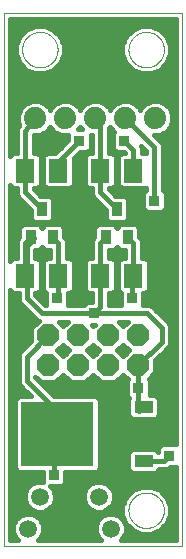
<source format=gtl>
G75*
%MOIN*%
%OFA0B0*%
%FSLAX25Y25*%
%IPPOS*%
%LPD*%
%AMOC8*
5,1,8,0,0,1.08239X$1,22.5*
%
%ADD10C,0.00000*%
%ADD11OC8,0.07400*%
%ADD12C,0.07400*%
%ADD13R,0.03543X0.04724*%
%ADD14R,0.06299X0.07874*%
%ADD15R,0.06299X0.03937*%
%ADD16R,0.24409X0.21260*%
%ADD17C,0.05937*%
%ADD18C,0.01600*%
%ADD19R,0.03562X0.03562*%
D10*
X0001800Y0005756D02*
X0001800Y0183295D01*
X0060855Y0183295D01*
X0060855Y0005756D01*
X0001800Y0005756D01*
X0043138Y0017567D02*
X0043140Y0017720D01*
X0043146Y0017874D01*
X0043156Y0018027D01*
X0043170Y0018179D01*
X0043188Y0018332D01*
X0043210Y0018483D01*
X0043235Y0018634D01*
X0043265Y0018785D01*
X0043299Y0018935D01*
X0043336Y0019083D01*
X0043377Y0019231D01*
X0043422Y0019377D01*
X0043471Y0019523D01*
X0043524Y0019667D01*
X0043580Y0019809D01*
X0043640Y0019950D01*
X0043704Y0020090D01*
X0043771Y0020228D01*
X0043842Y0020364D01*
X0043917Y0020498D01*
X0043994Y0020630D01*
X0044076Y0020760D01*
X0044160Y0020888D01*
X0044248Y0021014D01*
X0044339Y0021137D01*
X0044433Y0021258D01*
X0044531Y0021376D01*
X0044631Y0021492D01*
X0044735Y0021605D01*
X0044841Y0021716D01*
X0044950Y0021824D01*
X0045062Y0021929D01*
X0045176Y0022030D01*
X0045294Y0022129D01*
X0045413Y0022225D01*
X0045535Y0022318D01*
X0045660Y0022407D01*
X0045787Y0022494D01*
X0045916Y0022576D01*
X0046047Y0022656D01*
X0046180Y0022732D01*
X0046315Y0022805D01*
X0046452Y0022874D01*
X0046591Y0022939D01*
X0046731Y0023001D01*
X0046873Y0023059D01*
X0047016Y0023114D01*
X0047161Y0023165D01*
X0047307Y0023212D01*
X0047454Y0023255D01*
X0047602Y0023294D01*
X0047751Y0023330D01*
X0047901Y0023361D01*
X0048052Y0023389D01*
X0048203Y0023413D01*
X0048356Y0023433D01*
X0048508Y0023449D01*
X0048661Y0023461D01*
X0048814Y0023469D01*
X0048967Y0023473D01*
X0049121Y0023473D01*
X0049274Y0023469D01*
X0049427Y0023461D01*
X0049580Y0023449D01*
X0049732Y0023433D01*
X0049885Y0023413D01*
X0050036Y0023389D01*
X0050187Y0023361D01*
X0050337Y0023330D01*
X0050486Y0023294D01*
X0050634Y0023255D01*
X0050781Y0023212D01*
X0050927Y0023165D01*
X0051072Y0023114D01*
X0051215Y0023059D01*
X0051357Y0023001D01*
X0051497Y0022939D01*
X0051636Y0022874D01*
X0051773Y0022805D01*
X0051908Y0022732D01*
X0052041Y0022656D01*
X0052172Y0022576D01*
X0052301Y0022494D01*
X0052428Y0022407D01*
X0052553Y0022318D01*
X0052675Y0022225D01*
X0052794Y0022129D01*
X0052912Y0022030D01*
X0053026Y0021929D01*
X0053138Y0021824D01*
X0053247Y0021716D01*
X0053353Y0021605D01*
X0053457Y0021492D01*
X0053557Y0021376D01*
X0053655Y0021258D01*
X0053749Y0021137D01*
X0053840Y0021014D01*
X0053928Y0020888D01*
X0054012Y0020760D01*
X0054094Y0020630D01*
X0054171Y0020498D01*
X0054246Y0020364D01*
X0054317Y0020228D01*
X0054384Y0020090D01*
X0054448Y0019950D01*
X0054508Y0019809D01*
X0054564Y0019667D01*
X0054617Y0019523D01*
X0054666Y0019377D01*
X0054711Y0019231D01*
X0054752Y0019083D01*
X0054789Y0018935D01*
X0054823Y0018785D01*
X0054853Y0018634D01*
X0054878Y0018483D01*
X0054900Y0018332D01*
X0054918Y0018179D01*
X0054932Y0018027D01*
X0054942Y0017874D01*
X0054948Y0017720D01*
X0054950Y0017567D01*
X0054948Y0017414D01*
X0054942Y0017260D01*
X0054932Y0017107D01*
X0054918Y0016955D01*
X0054900Y0016802D01*
X0054878Y0016651D01*
X0054853Y0016500D01*
X0054823Y0016349D01*
X0054789Y0016199D01*
X0054752Y0016051D01*
X0054711Y0015903D01*
X0054666Y0015757D01*
X0054617Y0015611D01*
X0054564Y0015467D01*
X0054508Y0015325D01*
X0054448Y0015184D01*
X0054384Y0015044D01*
X0054317Y0014906D01*
X0054246Y0014770D01*
X0054171Y0014636D01*
X0054094Y0014504D01*
X0054012Y0014374D01*
X0053928Y0014246D01*
X0053840Y0014120D01*
X0053749Y0013997D01*
X0053655Y0013876D01*
X0053557Y0013758D01*
X0053457Y0013642D01*
X0053353Y0013529D01*
X0053247Y0013418D01*
X0053138Y0013310D01*
X0053026Y0013205D01*
X0052912Y0013104D01*
X0052794Y0013005D01*
X0052675Y0012909D01*
X0052553Y0012816D01*
X0052428Y0012727D01*
X0052301Y0012640D01*
X0052172Y0012558D01*
X0052041Y0012478D01*
X0051908Y0012402D01*
X0051773Y0012329D01*
X0051636Y0012260D01*
X0051497Y0012195D01*
X0051357Y0012133D01*
X0051215Y0012075D01*
X0051072Y0012020D01*
X0050927Y0011969D01*
X0050781Y0011922D01*
X0050634Y0011879D01*
X0050486Y0011840D01*
X0050337Y0011804D01*
X0050187Y0011773D01*
X0050036Y0011745D01*
X0049885Y0011721D01*
X0049732Y0011701D01*
X0049580Y0011685D01*
X0049427Y0011673D01*
X0049274Y0011665D01*
X0049121Y0011661D01*
X0048967Y0011661D01*
X0048814Y0011665D01*
X0048661Y0011673D01*
X0048508Y0011685D01*
X0048356Y0011701D01*
X0048203Y0011721D01*
X0048052Y0011745D01*
X0047901Y0011773D01*
X0047751Y0011804D01*
X0047602Y0011840D01*
X0047454Y0011879D01*
X0047307Y0011922D01*
X0047161Y0011969D01*
X0047016Y0012020D01*
X0046873Y0012075D01*
X0046731Y0012133D01*
X0046591Y0012195D01*
X0046452Y0012260D01*
X0046315Y0012329D01*
X0046180Y0012402D01*
X0046047Y0012478D01*
X0045916Y0012558D01*
X0045787Y0012640D01*
X0045660Y0012727D01*
X0045535Y0012816D01*
X0045413Y0012909D01*
X0045294Y0013005D01*
X0045176Y0013104D01*
X0045062Y0013205D01*
X0044950Y0013310D01*
X0044841Y0013418D01*
X0044735Y0013529D01*
X0044631Y0013642D01*
X0044531Y0013758D01*
X0044433Y0013876D01*
X0044339Y0013997D01*
X0044248Y0014120D01*
X0044160Y0014246D01*
X0044076Y0014374D01*
X0043994Y0014504D01*
X0043917Y0014636D01*
X0043842Y0014770D01*
X0043771Y0014906D01*
X0043704Y0015044D01*
X0043640Y0015184D01*
X0043580Y0015325D01*
X0043524Y0015467D01*
X0043471Y0015611D01*
X0043422Y0015757D01*
X0043377Y0015903D01*
X0043336Y0016051D01*
X0043299Y0016199D01*
X0043265Y0016349D01*
X0043235Y0016500D01*
X0043210Y0016651D01*
X0043188Y0016802D01*
X0043170Y0016955D01*
X0043156Y0017107D01*
X0043146Y0017260D01*
X0043140Y0017414D01*
X0043138Y0017567D01*
X0043138Y0171110D02*
X0043140Y0171263D01*
X0043146Y0171417D01*
X0043156Y0171570D01*
X0043170Y0171722D01*
X0043188Y0171875D01*
X0043210Y0172026D01*
X0043235Y0172177D01*
X0043265Y0172328D01*
X0043299Y0172478D01*
X0043336Y0172626D01*
X0043377Y0172774D01*
X0043422Y0172920D01*
X0043471Y0173066D01*
X0043524Y0173210D01*
X0043580Y0173352D01*
X0043640Y0173493D01*
X0043704Y0173633D01*
X0043771Y0173771D01*
X0043842Y0173907D01*
X0043917Y0174041D01*
X0043994Y0174173D01*
X0044076Y0174303D01*
X0044160Y0174431D01*
X0044248Y0174557D01*
X0044339Y0174680D01*
X0044433Y0174801D01*
X0044531Y0174919D01*
X0044631Y0175035D01*
X0044735Y0175148D01*
X0044841Y0175259D01*
X0044950Y0175367D01*
X0045062Y0175472D01*
X0045176Y0175573D01*
X0045294Y0175672D01*
X0045413Y0175768D01*
X0045535Y0175861D01*
X0045660Y0175950D01*
X0045787Y0176037D01*
X0045916Y0176119D01*
X0046047Y0176199D01*
X0046180Y0176275D01*
X0046315Y0176348D01*
X0046452Y0176417D01*
X0046591Y0176482D01*
X0046731Y0176544D01*
X0046873Y0176602D01*
X0047016Y0176657D01*
X0047161Y0176708D01*
X0047307Y0176755D01*
X0047454Y0176798D01*
X0047602Y0176837D01*
X0047751Y0176873D01*
X0047901Y0176904D01*
X0048052Y0176932D01*
X0048203Y0176956D01*
X0048356Y0176976D01*
X0048508Y0176992D01*
X0048661Y0177004D01*
X0048814Y0177012D01*
X0048967Y0177016D01*
X0049121Y0177016D01*
X0049274Y0177012D01*
X0049427Y0177004D01*
X0049580Y0176992D01*
X0049732Y0176976D01*
X0049885Y0176956D01*
X0050036Y0176932D01*
X0050187Y0176904D01*
X0050337Y0176873D01*
X0050486Y0176837D01*
X0050634Y0176798D01*
X0050781Y0176755D01*
X0050927Y0176708D01*
X0051072Y0176657D01*
X0051215Y0176602D01*
X0051357Y0176544D01*
X0051497Y0176482D01*
X0051636Y0176417D01*
X0051773Y0176348D01*
X0051908Y0176275D01*
X0052041Y0176199D01*
X0052172Y0176119D01*
X0052301Y0176037D01*
X0052428Y0175950D01*
X0052553Y0175861D01*
X0052675Y0175768D01*
X0052794Y0175672D01*
X0052912Y0175573D01*
X0053026Y0175472D01*
X0053138Y0175367D01*
X0053247Y0175259D01*
X0053353Y0175148D01*
X0053457Y0175035D01*
X0053557Y0174919D01*
X0053655Y0174801D01*
X0053749Y0174680D01*
X0053840Y0174557D01*
X0053928Y0174431D01*
X0054012Y0174303D01*
X0054094Y0174173D01*
X0054171Y0174041D01*
X0054246Y0173907D01*
X0054317Y0173771D01*
X0054384Y0173633D01*
X0054448Y0173493D01*
X0054508Y0173352D01*
X0054564Y0173210D01*
X0054617Y0173066D01*
X0054666Y0172920D01*
X0054711Y0172774D01*
X0054752Y0172626D01*
X0054789Y0172478D01*
X0054823Y0172328D01*
X0054853Y0172177D01*
X0054878Y0172026D01*
X0054900Y0171875D01*
X0054918Y0171722D01*
X0054932Y0171570D01*
X0054942Y0171417D01*
X0054948Y0171263D01*
X0054950Y0171110D01*
X0054948Y0170957D01*
X0054942Y0170803D01*
X0054932Y0170650D01*
X0054918Y0170498D01*
X0054900Y0170345D01*
X0054878Y0170194D01*
X0054853Y0170043D01*
X0054823Y0169892D01*
X0054789Y0169742D01*
X0054752Y0169594D01*
X0054711Y0169446D01*
X0054666Y0169300D01*
X0054617Y0169154D01*
X0054564Y0169010D01*
X0054508Y0168868D01*
X0054448Y0168727D01*
X0054384Y0168587D01*
X0054317Y0168449D01*
X0054246Y0168313D01*
X0054171Y0168179D01*
X0054094Y0168047D01*
X0054012Y0167917D01*
X0053928Y0167789D01*
X0053840Y0167663D01*
X0053749Y0167540D01*
X0053655Y0167419D01*
X0053557Y0167301D01*
X0053457Y0167185D01*
X0053353Y0167072D01*
X0053247Y0166961D01*
X0053138Y0166853D01*
X0053026Y0166748D01*
X0052912Y0166647D01*
X0052794Y0166548D01*
X0052675Y0166452D01*
X0052553Y0166359D01*
X0052428Y0166270D01*
X0052301Y0166183D01*
X0052172Y0166101D01*
X0052041Y0166021D01*
X0051908Y0165945D01*
X0051773Y0165872D01*
X0051636Y0165803D01*
X0051497Y0165738D01*
X0051357Y0165676D01*
X0051215Y0165618D01*
X0051072Y0165563D01*
X0050927Y0165512D01*
X0050781Y0165465D01*
X0050634Y0165422D01*
X0050486Y0165383D01*
X0050337Y0165347D01*
X0050187Y0165316D01*
X0050036Y0165288D01*
X0049885Y0165264D01*
X0049732Y0165244D01*
X0049580Y0165228D01*
X0049427Y0165216D01*
X0049274Y0165208D01*
X0049121Y0165204D01*
X0048967Y0165204D01*
X0048814Y0165208D01*
X0048661Y0165216D01*
X0048508Y0165228D01*
X0048356Y0165244D01*
X0048203Y0165264D01*
X0048052Y0165288D01*
X0047901Y0165316D01*
X0047751Y0165347D01*
X0047602Y0165383D01*
X0047454Y0165422D01*
X0047307Y0165465D01*
X0047161Y0165512D01*
X0047016Y0165563D01*
X0046873Y0165618D01*
X0046731Y0165676D01*
X0046591Y0165738D01*
X0046452Y0165803D01*
X0046315Y0165872D01*
X0046180Y0165945D01*
X0046047Y0166021D01*
X0045916Y0166101D01*
X0045787Y0166183D01*
X0045660Y0166270D01*
X0045535Y0166359D01*
X0045413Y0166452D01*
X0045294Y0166548D01*
X0045176Y0166647D01*
X0045062Y0166748D01*
X0044950Y0166853D01*
X0044841Y0166961D01*
X0044735Y0167072D01*
X0044631Y0167185D01*
X0044531Y0167301D01*
X0044433Y0167419D01*
X0044339Y0167540D01*
X0044248Y0167663D01*
X0044160Y0167789D01*
X0044076Y0167917D01*
X0043994Y0168047D01*
X0043917Y0168179D01*
X0043842Y0168313D01*
X0043771Y0168449D01*
X0043704Y0168587D01*
X0043640Y0168727D01*
X0043580Y0168868D01*
X0043524Y0169010D01*
X0043471Y0169154D01*
X0043422Y0169300D01*
X0043377Y0169446D01*
X0043336Y0169594D01*
X0043299Y0169742D01*
X0043265Y0169892D01*
X0043235Y0170043D01*
X0043210Y0170194D01*
X0043188Y0170345D01*
X0043170Y0170498D01*
X0043156Y0170650D01*
X0043146Y0170803D01*
X0043140Y0170957D01*
X0043138Y0171110D01*
X0007705Y0171110D02*
X0007707Y0171263D01*
X0007713Y0171417D01*
X0007723Y0171570D01*
X0007737Y0171722D01*
X0007755Y0171875D01*
X0007777Y0172026D01*
X0007802Y0172177D01*
X0007832Y0172328D01*
X0007866Y0172478D01*
X0007903Y0172626D01*
X0007944Y0172774D01*
X0007989Y0172920D01*
X0008038Y0173066D01*
X0008091Y0173210D01*
X0008147Y0173352D01*
X0008207Y0173493D01*
X0008271Y0173633D01*
X0008338Y0173771D01*
X0008409Y0173907D01*
X0008484Y0174041D01*
X0008561Y0174173D01*
X0008643Y0174303D01*
X0008727Y0174431D01*
X0008815Y0174557D01*
X0008906Y0174680D01*
X0009000Y0174801D01*
X0009098Y0174919D01*
X0009198Y0175035D01*
X0009302Y0175148D01*
X0009408Y0175259D01*
X0009517Y0175367D01*
X0009629Y0175472D01*
X0009743Y0175573D01*
X0009861Y0175672D01*
X0009980Y0175768D01*
X0010102Y0175861D01*
X0010227Y0175950D01*
X0010354Y0176037D01*
X0010483Y0176119D01*
X0010614Y0176199D01*
X0010747Y0176275D01*
X0010882Y0176348D01*
X0011019Y0176417D01*
X0011158Y0176482D01*
X0011298Y0176544D01*
X0011440Y0176602D01*
X0011583Y0176657D01*
X0011728Y0176708D01*
X0011874Y0176755D01*
X0012021Y0176798D01*
X0012169Y0176837D01*
X0012318Y0176873D01*
X0012468Y0176904D01*
X0012619Y0176932D01*
X0012770Y0176956D01*
X0012923Y0176976D01*
X0013075Y0176992D01*
X0013228Y0177004D01*
X0013381Y0177012D01*
X0013534Y0177016D01*
X0013688Y0177016D01*
X0013841Y0177012D01*
X0013994Y0177004D01*
X0014147Y0176992D01*
X0014299Y0176976D01*
X0014452Y0176956D01*
X0014603Y0176932D01*
X0014754Y0176904D01*
X0014904Y0176873D01*
X0015053Y0176837D01*
X0015201Y0176798D01*
X0015348Y0176755D01*
X0015494Y0176708D01*
X0015639Y0176657D01*
X0015782Y0176602D01*
X0015924Y0176544D01*
X0016064Y0176482D01*
X0016203Y0176417D01*
X0016340Y0176348D01*
X0016475Y0176275D01*
X0016608Y0176199D01*
X0016739Y0176119D01*
X0016868Y0176037D01*
X0016995Y0175950D01*
X0017120Y0175861D01*
X0017242Y0175768D01*
X0017361Y0175672D01*
X0017479Y0175573D01*
X0017593Y0175472D01*
X0017705Y0175367D01*
X0017814Y0175259D01*
X0017920Y0175148D01*
X0018024Y0175035D01*
X0018124Y0174919D01*
X0018222Y0174801D01*
X0018316Y0174680D01*
X0018407Y0174557D01*
X0018495Y0174431D01*
X0018579Y0174303D01*
X0018661Y0174173D01*
X0018738Y0174041D01*
X0018813Y0173907D01*
X0018884Y0173771D01*
X0018951Y0173633D01*
X0019015Y0173493D01*
X0019075Y0173352D01*
X0019131Y0173210D01*
X0019184Y0173066D01*
X0019233Y0172920D01*
X0019278Y0172774D01*
X0019319Y0172626D01*
X0019356Y0172478D01*
X0019390Y0172328D01*
X0019420Y0172177D01*
X0019445Y0172026D01*
X0019467Y0171875D01*
X0019485Y0171722D01*
X0019499Y0171570D01*
X0019509Y0171417D01*
X0019515Y0171263D01*
X0019517Y0171110D01*
X0019515Y0170957D01*
X0019509Y0170803D01*
X0019499Y0170650D01*
X0019485Y0170498D01*
X0019467Y0170345D01*
X0019445Y0170194D01*
X0019420Y0170043D01*
X0019390Y0169892D01*
X0019356Y0169742D01*
X0019319Y0169594D01*
X0019278Y0169446D01*
X0019233Y0169300D01*
X0019184Y0169154D01*
X0019131Y0169010D01*
X0019075Y0168868D01*
X0019015Y0168727D01*
X0018951Y0168587D01*
X0018884Y0168449D01*
X0018813Y0168313D01*
X0018738Y0168179D01*
X0018661Y0168047D01*
X0018579Y0167917D01*
X0018495Y0167789D01*
X0018407Y0167663D01*
X0018316Y0167540D01*
X0018222Y0167419D01*
X0018124Y0167301D01*
X0018024Y0167185D01*
X0017920Y0167072D01*
X0017814Y0166961D01*
X0017705Y0166853D01*
X0017593Y0166748D01*
X0017479Y0166647D01*
X0017361Y0166548D01*
X0017242Y0166452D01*
X0017120Y0166359D01*
X0016995Y0166270D01*
X0016868Y0166183D01*
X0016739Y0166101D01*
X0016608Y0166021D01*
X0016475Y0165945D01*
X0016340Y0165872D01*
X0016203Y0165803D01*
X0016064Y0165738D01*
X0015924Y0165676D01*
X0015782Y0165618D01*
X0015639Y0165563D01*
X0015494Y0165512D01*
X0015348Y0165465D01*
X0015201Y0165422D01*
X0015053Y0165383D01*
X0014904Y0165347D01*
X0014754Y0165316D01*
X0014603Y0165288D01*
X0014452Y0165264D01*
X0014299Y0165244D01*
X0014147Y0165228D01*
X0013994Y0165216D01*
X0013841Y0165208D01*
X0013688Y0165204D01*
X0013534Y0165204D01*
X0013381Y0165208D01*
X0013228Y0165216D01*
X0013075Y0165228D01*
X0012923Y0165244D01*
X0012770Y0165264D01*
X0012619Y0165288D01*
X0012468Y0165316D01*
X0012318Y0165347D01*
X0012169Y0165383D01*
X0012021Y0165422D01*
X0011874Y0165465D01*
X0011728Y0165512D01*
X0011583Y0165563D01*
X0011440Y0165618D01*
X0011298Y0165676D01*
X0011158Y0165738D01*
X0011019Y0165803D01*
X0010882Y0165872D01*
X0010747Y0165945D01*
X0010614Y0166021D01*
X0010483Y0166101D01*
X0010354Y0166183D01*
X0010227Y0166270D01*
X0010102Y0166359D01*
X0009980Y0166452D01*
X0009861Y0166548D01*
X0009743Y0166647D01*
X0009629Y0166748D01*
X0009517Y0166853D01*
X0009408Y0166961D01*
X0009302Y0167072D01*
X0009198Y0167185D01*
X0009098Y0167301D01*
X0009000Y0167419D01*
X0008906Y0167540D01*
X0008815Y0167663D01*
X0008727Y0167789D01*
X0008643Y0167917D01*
X0008561Y0168047D01*
X0008484Y0168179D01*
X0008409Y0168313D01*
X0008338Y0168449D01*
X0008271Y0168587D01*
X0008207Y0168727D01*
X0008147Y0168868D01*
X0008091Y0169010D01*
X0008038Y0169154D01*
X0007989Y0169300D01*
X0007944Y0169446D01*
X0007903Y0169594D01*
X0007866Y0169742D01*
X0007832Y0169892D01*
X0007802Y0170043D01*
X0007777Y0170194D01*
X0007755Y0170345D01*
X0007737Y0170498D01*
X0007723Y0170650D01*
X0007713Y0170803D01*
X0007707Y0170957D01*
X0007705Y0171110D01*
D11*
X0016406Y0075874D03*
X0016406Y0065874D03*
X0026406Y0065874D03*
X0026406Y0075874D03*
X0036406Y0075874D03*
X0036406Y0065874D03*
X0046406Y0065874D03*
X0046406Y0075874D03*
D12*
X0042036Y0148256D03*
X0032036Y0148256D03*
X0022036Y0148256D03*
X0012036Y0148256D03*
X0052036Y0148256D03*
D13*
X0039300Y0117980D03*
X0035560Y0108531D03*
X0043040Y0108531D03*
X0018040Y0108531D03*
X0014300Y0117980D03*
X0010560Y0108531D03*
D14*
X0008788Y0095756D03*
X0019812Y0095756D03*
X0019812Y0130756D03*
X0008788Y0130756D03*
X0033788Y0130756D03*
X0044812Y0130756D03*
X0044812Y0095756D03*
X0033788Y0095756D03*
D15*
X0048198Y0051917D03*
X0048198Y0033965D03*
D16*
X0019457Y0042941D03*
D17*
X0013611Y0022094D03*
X0009674Y0011465D03*
X0033296Y0022094D03*
X0037233Y0011465D03*
D18*
X0036245Y0016433D02*
X0034419Y0015677D01*
X0033021Y0014279D01*
X0032265Y0012453D01*
X0032265Y0010476D01*
X0033021Y0008650D01*
X0033915Y0007756D01*
X0012992Y0007756D01*
X0013886Y0008650D01*
X0014643Y0010476D01*
X0014643Y0012453D01*
X0013886Y0014279D01*
X0012488Y0015677D01*
X0010662Y0016433D01*
X0008686Y0016433D01*
X0006860Y0015677D01*
X0005462Y0014279D01*
X0004706Y0012453D01*
X0004706Y0010476D01*
X0005462Y0008650D01*
X0006356Y0007756D01*
X0003800Y0007756D01*
X0003800Y0090829D01*
X0004810Y0089819D01*
X0006500Y0089819D01*
X0006500Y0087699D01*
X0006926Y0086670D01*
X0011926Y0081670D01*
X0012714Y0080882D01*
X0013166Y0080695D01*
X0010706Y0078235D01*
X0010706Y0074134D01*
X0006926Y0070354D01*
X0006500Y0069325D01*
X0006500Y0060199D01*
X0006926Y0059170D01*
X0007714Y0058382D01*
X0010525Y0055571D01*
X0006424Y0055571D01*
X0005253Y0054399D01*
X0005253Y0031483D01*
X0006424Y0030311D01*
X0014554Y0030311D01*
X0014554Y0027063D01*
X0012623Y0027063D01*
X0010797Y0026307D01*
X0009399Y0024909D01*
X0008643Y0023083D01*
X0008643Y0021106D01*
X0009399Y0019280D01*
X0010797Y0017882D01*
X0012623Y0017126D01*
X0014599Y0017126D01*
X0016425Y0017882D01*
X0017823Y0019280D01*
X0018580Y0021106D01*
X0018580Y0023083D01*
X0017823Y0024909D01*
X0017135Y0025597D01*
X0020945Y0025597D01*
X0022117Y0026768D01*
X0022117Y0030311D01*
X0032491Y0030311D01*
X0033662Y0031483D01*
X0033662Y0054399D01*
X0032491Y0055571D01*
X0018445Y0055571D01*
X0012100Y0061916D01*
X0012100Y0062119D01*
X0014045Y0060174D01*
X0018767Y0060174D01*
X0021406Y0062813D01*
X0024045Y0060174D01*
X0028767Y0060174D01*
X0031406Y0062813D01*
X0034045Y0060174D01*
X0038767Y0060174D01*
X0041406Y0062813D01*
X0042990Y0061230D01*
X0042625Y0060865D01*
X0042625Y0055646D01*
X0043303Y0054969D01*
X0043048Y0054714D01*
X0043048Y0049120D01*
X0044220Y0047949D01*
X0052176Y0047949D01*
X0053347Y0049120D01*
X0053347Y0054714D01*
X0052176Y0055886D01*
X0050187Y0055886D01*
X0050187Y0060865D01*
X0049823Y0061230D01*
X0052106Y0063513D01*
X0052106Y0067614D01*
X0055886Y0071394D01*
X0056674Y0072182D01*
X0057100Y0073211D01*
X0057100Y0078813D01*
X0056674Y0079842D01*
X0051674Y0084842D01*
X0050886Y0085630D01*
X0049857Y0086056D01*
X0048081Y0086056D01*
X0048081Y0089819D01*
X0048790Y0089819D01*
X0049961Y0090990D01*
X0049961Y0100521D01*
X0048790Y0101693D01*
X0047612Y0101693D01*
X0047612Y0107317D01*
X0047186Y0108346D01*
X0046812Y0108720D01*
X0046812Y0111722D01*
X0045640Y0112894D01*
X0040440Y0112894D01*
X0039300Y0111754D01*
X0038160Y0112894D01*
X0032960Y0112894D01*
X0031788Y0111722D01*
X0031788Y0108720D01*
X0031414Y0108346D01*
X0030988Y0107317D01*
X0030988Y0101693D01*
X0029810Y0101693D01*
X0028639Y0100521D01*
X0028639Y0090990D01*
X0029810Y0089819D01*
X0030988Y0089819D01*
X0030988Y0087037D01*
X0029190Y0087037D01*
X0028209Y0086056D01*
X0023081Y0086056D01*
X0023081Y0089819D01*
X0023790Y0089819D01*
X0024961Y0090990D01*
X0024961Y0100521D01*
X0023790Y0101693D01*
X0022612Y0101693D01*
X0022612Y0107317D01*
X0022186Y0108346D01*
X0021812Y0108720D01*
X0021812Y0111722D01*
X0020640Y0112894D01*
X0015440Y0112894D01*
X0014300Y0111754D01*
X0013160Y0112894D01*
X0007960Y0112894D01*
X0006788Y0111722D01*
X0006788Y0108720D01*
X0006414Y0108346D01*
X0005988Y0107317D01*
X0005988Y0101693D01*
X0004810Y0101693D01*
X0003800Y0100683D01*
X0003800Y0125829D01*
X0004810Y0124819D01*
X0005988Y0124819D01*
X0005988Y0122935D01*
X0006414Y0121906D01*
X0007202Y0121118D01*
X0010528Y0117792D01*
X0010528Y0114790D01*
X0011700Y0113618D01*
X0016900Y0113618D01*
X0018072Y0114790D01*
X0018072Y0121171D01*
X0016900Y0122343D01*
X0013898Y0122343D01*
X0011588Y0124652D01*
X0011588Y0124819D01*
X0012766Y0124819D01*
X0013938Y0125990D01*
X0013938Y0135521D01*
X0012766Y0136693D01*
X0011588Y0136693D01*
X0011588Y0142556D01*
X0013170Y0142556D01*
X0015265Y0143424D01*
X0016868Y0145027D01*
X0017036Y0145432D01*
X0017204Y0145027D01*
X0018807Y0143424D01*
X0020902Y0142556D01*
X0023019Y0142556D01*
X0023019Y0140935D01*
X0018777Y0136693D01*
X0015834Y0136693D01*
X0014662Y0135521D01*
X0014662Y0125990D01*
X0015834Y0124819D01*
X0023790Y0124819D01*
X0024961Y0125990D01*
X0024961Y0134958D01*
X0026979Y0136975D01*
X0029410Y0136975D01*
X0030581Y0138146D01*
X0030581Y0142689D01*
X0030902Y0142556D01*
X0030988Y0142556D01*
X0030988Y0136693D01*
X0029810Y0136693D01*
X0028639Y0135521D01*
X0028639Y0125990D01*
X0029810Y0124819D01*
X0030988Y0124819D01*
X0030988Y0122935D01*
X0031414Y0121906D01*
X0032202Y0121118D01*
X0035528Y0117792D01*
X0035528Y0114790D01*
X0036700Y0113618D01*
X0041900Y0113618D01*
X0043072Y0114790D01*
X0043072Y0121171D01*
X0041900Y0122343D01*
X0038898Y0122343D01*
X0036588Y0124652D01*
X0036588Y0124819D01*
X0037766Y0124819D01*
X0038938Y0125990D01*
X0038938Y0135521D01*
X0037766Y0136693D01*
X0036588Y0136693D01*
X0036588Y0144747D01*
X0036868Y0145027D01*
X0037036Y0145432D01*
X0037204Y0145027D01*
X0038442Y0143789D01*
X0038019Y0143365D01*
X0038019Y0138146D01*
X0039190Y0136975D01*
X0041621Y0136975D01*
X0041903Y0136693D01*
X0040834Y0136693D01*
X0039662Y0135521D01*
X0039662Y0125990D01*
X0040834Y0124819D01*
X0048790Y0124819D01*
X0049000Y0125029D01*
X0049000Y0124347D01*
X0048019Y0123365D01*
X0048019Y0118146D01*
X0049190Y0116975D01*
X0054410Y0116975D01*
X0055581Y0118146D01*
X0055581Y0123365D01*
X0054600Y0124347D01*
X0054600Y0139049D01*
X0054174Y0140078D01*
X0053386Y0140866D01*
X0051696Y0142556D01*
X0053170Y0142556D01*
X0055265Y0143424D01*
X0056868Y0145027D01*
X0057736Y0147122D01*
X0057736Y0149390D01*
X0056868Y0151485D01*
X0055265Y0153088D01*
X0053170Y0153956D01*
X0050902Y0153956D01*
X0048807Y0153088D01*
X0047204Y0151485D01*
X0047036Y0151080D01*
X0046868Y0151485D01*
X0045265Y0153088D01*
X0043170Y0153956D01*
X0040902Y0153956D01*
X0038807Y0153088D01*
X0037204Y0151485D01*
X0037036Y0151080D01*
X0036868Y0151485D01*
X0035265Y0153088D01*
X0033170Y0153956D01*
X0030902Y0153956D01*
X0028807Y0153088D01*
X0027204Y0151485D01*
X0027036Y0151080D01*
X0026868Y0151485D01*
X0025265Y0153088D01*
X0023170Y0153956D01*
X0020902Y0153956D01*
X0018807Y0153088D01*
X0017204Y0151485D01*
X0017036Y0151080D01*
X0016868Y0151485D01*
X0015265Y0153088D01*
X0013170Y0153956D01*
X0010902Y0153956D01*
X0008807Y0153088D01*
X0007204Y0151485D01*
X0006336Y0149390D01*
X0006336Y0147122D01*
X0006812Y0145974D01*
X0006670Y0145786D01*
X0006414Y0145531D01*
X0006338Y0145345D01*
X0006217Y0145185D01*
X0006126Y0144835D01*
X0005988Y0144502D01*
X0005988Y0144301D01*
X0005938Y0144106D01*
X0005988Y0143749D01*
X0005988Y0136693D01*
X0004810Y0136693D01*
X0003800Y0135683D01*
X0003800Y0181295D01*
X0058855Y0181295D01*
X0058855Y0039537D01*
X0054190Y0039537D01*
X0053019Y0038365D01*
X0053019Y0037090D01*
X0052176Y0037933D01*
X0044220Y0037933D01*
X0043048Y0036761D01*
X0043048Y0031168D01*
X0044220Y0029996D01*
X0052176Y0029996D01*
X0053344Y0031165D01*
X0055566Y0031165D01*
X0056595Y0031591D01*
X0056979Y0031975D01*
X0058855Y0031975D01*
X0058855Y0007756D01*
X0040551Y0007756D01*
X0041445Y0008650D01*
X0042202Y0010476D01*
X0042202Y0012453D01*
X0041445Y0014279D01*
X0040047Y0015677D01*
X0038221Y0016433D01*
X0036245Y0016433D01*
X0036110Y0017882D02*
X0037508Y0019280D01*
X0038265Y0021106D01*
X0038265Y0023083D01*
X0037508Y0024909D01*
X0036110Y0026307D01*
X0034284Y0027063D01*
X0032308Y0027063D01*
X0030482Y0026307D01*
X0029084Y0024909D01*
X0028328Y0023083D01*
X0028328Y0021106D01*
X0029084Y0019280D01*
X0030482Y0017882D01*
X0032308Y0017126D01*
X0034284Y0017126D01*
X0036110Y0017882D01*
X0036772Y0018544D02*
X0041139Y0018544D01*
X0041139Y0019139D02*
X0041139Y0015994D01*
X0042342Y0013089D01*
X0044566Y0010865D01*
X0047472Y0009661D01*
X0050617Y0009661D01*
X0053522Y0010865D01*
X0055746Y0013089D01*
X0056950Y0015994D01*
X0056950Y0019139D01*
X0055746Y0022045D01*
X0053522Y0024269D01*
X0050617Y0025472D01*
X0047472Y0025472D01*
X0044566Y0024269D01*
X0042342Y0022045D01*
X0041139Y0019139D01*
X0041554Y0020143D02*
X0037865Y0020143D01*
X0038265Y0021741D02*
X0042216Y0021741D01*
X0043637Y0023340D02*
X0038158Y0023340D01*
X0037479Y0024938D02*
X0046181Y0024938D01*
X0043048Y0031332D02*
X0033512Y0031332D01*
X0033662Y0032931D02*
X0043048Y0032931D01*
X0043048Y0034529D02*
X0033662Y0034529D01*
X0033662Y0036128D02*
X0043048Y0036128D01*
X0044013Y0037726D02*
X0033662Y0037726D01*
X0033662Y0039325D02*
X0053978Y0039325D01*
X0053019Y0037726D02*
X0052383Y0037726D01*
X0055009Y0033965D02*
X0056800Y0035756D01*
X0055009Y0033965D02*
X0048198Y0033965D01*
X0051907Y0024938D02*
X0058855Y0024938D01*
X0058855Y0023340D02*
X0054452Y0023340D01*
X0055872Y0021741D02*
X0058855Y0021741D01*
X0058855Y0020143D02*
X0056534Y0020143D01*
X0056950Y0018544D02*
X0058855Y0018544D01*
X0058855Y0016945D02*
X0056950Y0016945D01*
X0056681Y0015347D02*
X0058855Y0015347D01*
X0058855Y0013748D02*
X0056019Y0013748D01*
X0054807Y0012150D02*
X0058855Y0012150D01*
X0058855Y0010551D02*
X0052765Y0010551D01*
X0058855Y0008953D02*
X0041571Y0008953D01*
X0042202Y0010551D02*
X0045323Y0010551D01*
X0043281Y0012150D02*
X0042202Y0012150D01*
X0042069Y0013748D02*
X0041665Y0013748D01*
X0041407Y0015347D02*
X0040377Y0015347D01*
X0041139Y0016945D02*
X0003800Y0016945D01*
X0003800Y0015347D02*
X0006530Y0015347D01*
X0005242Y0013748D02*
X0003800Y0013748D01*
X0003800Y0012150D02*
X0004706Y0012150D01*
X0004706Y0010551D02*
X0003800Y0010551D01*
X0003800Y0008953D02*
X0005336Y0008953D01*
X0003800Y0018544D02*
X0010135Y0018544D01*
X0009042Y0020143D02*
X0003800Y0020143D01*
X0003800Y0021741D02*
X0008643Y0021741D01*
X0008749Y0023340D02*
X0003800Y0023340D01*
X0003800Y0024938D02*
X0009428Y0024938D01*
X0011352Y0026537D02*
X0003800Y0026537D01*
X0003800Y0028135D02*
X0014554Y0028135D01*
X0014554Y0029734D02*
X0003800Y0029734D01*
X0003800Y0031332D02*
X0005403Y0031332D01*
X0005253Y0032931D02*
X0003800Y0032931D01*
X0003800Y0034529D02*
X0005253Y0034529D01*
X0005253Y0036128D02*
X0003800Y0036128D01*
X0003800Y0037726D02*
X0005253Y0037726D01*
X0005253Y0039325D02*
X0003800Y0039325D01*
X0003800Y0040923D02*
X0005253Y0040923D01*
X0005253Y0042522D02*
X0003800Y0042522D01*
X0003800Y0044120D02*
X0005253Y0044120D01*
X0005253Y0045719D02*
X0003800Y0045719D01*
X0003800Y0047317D02*
X0005253Y0047317D01*
X0005253Y0048916D02*
X0003800Y0048916D01*
X0003800Y0050514D02*
X0005253Y0050514D01*
X0005253Y0052113D02*
X0003800Y0052113D01*
X0003800Y0053711D02*
X0005253Y0053711D01*
X0006163Y0055310D02*
X0003800Y0055310D01*
X0003800Y0056908D02*
X0009188Y0056908D01*
X0007714Y0058382D02*
X0007714Y0058382D01*
X0007589Y0058507D02*
X0003800Y0058507D01*
X0003800Y0060105D02*
X0006539Y0060105D01*
X0006500Y0061704D02*
X0003800Y0061704D01*
X0003800Y0063302D02*
X0006500Y0063302D01*
X0006500Y0064901D02*
X0003800Y0064901D01*
X0003800Y0066499D02*
X0006500Y0066499D01*
X0006500Y0068098D02*
X0003800Y0068098D01*
X0003800Y0069696D02*
X0006654Y0069696D01*
X0007867Y0071295D02*
X0003800Y0071295D01*
X0003800Y0072893D02*
X0009466Y0072893D01*
X0010706Y0074492D02*
X0003800Y0074492D01*
X0003800Y0076090D02*
X0010706Y0076090D01*
X0010706Y0077689D02*
X0003800Y0077689D01*
X0003800Y0079287D02*
X0011759Y0079287D01*
X0012710Y0080886D02*
X0003800Y0080886D01*
X0003800Y0082484D02*
X0011112Y0082484D01*
X0009513Y0084083D02*
X0003800Y0084083D01*
X0003800Y0085681D02*
X0007915Y0085681D01*
X0006674Y0087280D02*
X0003800Y0087280D01*
X0003800Y0088878D02*
X0006500Y0088878D01*
X0004152Y0090477D02*
X0003800Y0090477D01*
X0003800Y0101667D02*
X0004784Y0101667D01*
X0003800Y0103265D02*
X0005988Y0103265D01*
X0005988Y0104864D02*
X0003800Y0104864D01*
X0003800Y0106462D02*
X0005988Y0106462D01*
X0006296Y0108061D02*
X0003800Y0108061D01*
X0003800Y0109659D02*
X0006788Y0109659D01*
X0006788Y0111258D02*
X0003800Y0111258D01*
X0003800Y0112856D02*
X0007922Y0112856D01*
X0009070Y0119250D02*
X0003800Y0119250D01*
X0003800Y0117652D02*
X0010528Y0117652D01*
X0010528Y0116053D02*
X0003800Y0116053D01*
X0003800Y0114455D02*
X0010863Y0114455D01*
X0010560Y0108531D02*
X0008788Y0106760D01*
X0008788Y0095756D01*
X0009300Y0088256D02*
X0014300Y0083256D01*
X0031800Y0083256D01*
X0033788Y0085244D01*
X0033788Y0095756D01*
X0033788Y0106760D01*
X0035560Y0108531D01*
X0036588Y0104169D02*
X0038160Y0104169D01*
X0039300Y0105309D01*
X0040440Y0104169D01*
X0042012Y0104169D01*
X0042012Y0101693D01*
X0040834Y0101693D01*
X0039662Y0100521D01*
X0039662Y0090990D01*
X0040519Y0090134D01*
X0040519Y0086056D01*
X0036588Y0086056D01*
X0036588Y0089819D01*
X0037766Y0089819D01*
X0038938Y0090990D01*
X0038938Y0100521D01*
X0037766Y0101693D01*
X0036588Y0101693D01*
X0036588Y0104169D01*
X0036588Y0103265D02*
X0042012Y0103265D01*
X0040807Y0101667D02*
X0037793Y0101667D01*
X0038938Y0100068D02*
X0039662Y0100068D01*
X0039662Y0098470D02*
X0038938Y0098470D01*
X0038938Y0096871D02*
X0039662Y0096871D01*
X0039662Y0095273D02*
X0038938Y0095273D01*
X0038938Y0093674D02*
X0039662Y0093674D01*
X0039662Y0092076D02*
X0038938Y0092076D01*
X0038424Y0090477D02*
X0040176Y0090477D01*
X0040519Y0088878D02*
X0036588Y0088878D01*
X0036588Y0087280D02*
X0040519Y0087280D01*
X0039885Y0080456D02*
X0042927Y0080456D01*
X0041406Y0078935D01*
X0039885Y0080456D01*
X0041054Y0079287D02*
X0041759Y0079287D01*
X0041406Y0072813D02*
X0043345Y0070874D01*
X0041406Y0068935D01*
X0039467Y0070874D01*
X0041406Y0072813D01*
X0039888Y0071295D02*
X0042924Y0071295D01*
X0042168Y0069696D02*
X0040645Y0069696D01*
X0040297Y0061704D02*
X0042515Y0061704D01*
X0042625Y0060105D02*
X0013910Y0060105D01*
X0015509Y0058507D02*
X0042625Y0058507D01*
X0042625Y0056908D02*
X0017107Y0056908D01*
X0019457Y0050598D02*
X0009300Y0060756D01*
X0009300Y0068768D01*
X0016406Y0075874D01*
X0016406Y0075362D01*
X0019888Y0071295D02*
X0022924Y0071295D01*
X0023345Y0070874D02*
X0021406Y0068935D01*
X0019467Y0070874D01*
X0021406Y0072813D01*
X0023345Y0070874D01*
X0022168Y0069696D02*
X0020645Y0069696D01*
X0020297Y0061704D02*
X0022515Y0061704D01*
X0019457Y0050598D02*
X0019457Y0042941D01*
X0018335Y0042941D01*
X0018335Y0029378D01*
X0017794Y0024938D02*
X0029113Y0024938D01*
X0028434Y0023340D02*
X0018473Y0023340D01*
X0018580Y0021741D02*
X0028328Y0021741D01*
X0028727Y0020143D02*
X0018180Y0020143D01*
X0017087Y0018544D02*
X0029820Y0018544D01*
X0032265Y0012150D02*
X0014643Y0012150D01*
X0014643Y0010551D02*
X0032265Y0010551D01*
X0032896Y0008953D02*
X0014012Y0008953D01*
X0014106Y0013748D02*
X0032801Y0013748D01*
X0034089Y0015347D02*
X0012818Y0015347D01*
X0021885Y0026537D02*
X0031037Y0026537D01*
X0035555Y0026537D02*
X0058855Y0026537D01*
X0058855Y0028135D02*
X0022117Y0028135D01*
X0022117Y0029734D02*
X0058855Y0029734D01*
X0058855Y0031332D02*
X0055970Y0031332D01*
X0058855Y0040923D02*
X0033662Y0040923D01*
X0033662Y0042522D02*
X0058855Y0042522D01*
X0058855Y0044120D02*
X0033662Y0044120D01*
X0033662Y0045719D02*
X0058855Y0045719D01*
X0058855Y0047317D02*
X0033662Y0047317D01*
X0033662Y0048916D02*
X0043253Y0048916D01*
X0043048Y0050514D02*
X0033662Y0050514D01*
X0033662Y0052113D02*
X0043048Y0052113D01*
X0043048Y0053711D02*
X0033662Y0053711D01*
X0032752Y0055310D02*
X0042962Y0055310D01*
X0046406Y0058256D02*
X0046406Y0065874D01*
X0054300Y0073768D01*
X0054300Y0078256D01*
X0049300Y0083256D01*
X0031800Y0083256D01*
X0031946Y0079475D02*
X0030866Y0079475D01*
X0031406Y0078935D01*
X0031946Y0079475D01*
X0031759Y0079287D02*
X0031054Y0079287D01*
X0031406Y0072813D02*
X0033345Y0070874D01*
X0031406Y0068935D01*
X0029467Y0070874D01*
X0031406Y0072813D01*
X0029888Y0071295D02*
X0032924Y0071295D01*
X0032168Y0069696D02*
X0030645Y0069696D01*
X0030297Y0061704D02*
X0032515Y0061704D01*
X0030988Y0087280D02*
X0023081Y0087280D01*
X0023081Y0088878D02*
X0030988Y0088878D01*
X0029152Y0090477D02*
X0024448Y0090477D01*
X0024961Y0092076D02*
X0028639Y0092076D01*
X0028639Y0093674D02*
X0024961Y0093674D01*
X0024961Y0095273D02*
X0028639Y0095273D01*
X0028639Y0096871D02*
X0024961Y0096871D01*
X0024961Y0098470D02*
X0028639Y0098470D01*
X0028639Y0100068D02*
X0024961Y0100068D01*
X0023816Y0101667D02*
X0029784Y0101667D01*
X0030988Y0103265D02*
X0022612Y0103265D01*
X0022612Y0104864D02*
X0030988Y0104864D01*
X0030988Y0106462D02*
X0022612Y0106462D01*
X0022304Y0108061D02*
X0031296Y0108061D01*
X0031788Y0109659D02*
X0021812Y0109659D01*
X0021812Y0111258D02*
X0031788Y0111258D01*
X0032922Y0112856D02*
X0020678Y0112856D01*
X0018040Y0108531D02*
X0019812Y0106760D01*
X0019812Y0095756D01*
X0019812Y0088768D01*
X0019300Y0088256D01*
X0019885Y0080456D02*
X0022927Y0080456D01*
X0021406Y0078935D01*
X0019885Y0080456D01*
X0021054Y0079287D02*
X0021759Y0079287D01*
X0015519Y0086056D02*
X0015460Y0086056D01*
X0012100Y0089416D01*
X0012100Y0089819D01*
X0012766Y0089819D01*
X0013938Y0090990D01*
X0013938Y0100521D01*
X0012766Y0101693D01*
X0012100Y0101693D01*
X0012100Y0104169D01*
X0013160Y0104169D01*
X0014300Y0105309D01*
X0015440Y0104169D01*
X0017012Y0104169D01*
X0017012Y0101693D01*
X0015834Y0101693D01*
X0014662Y0100521D01*
X0014662Y0090990D01*
X0015519Y0090134D01*
X0015519Y0086056D01*
X0015519Y0087280D02*
X0014236Y0087280D01*
X0013424Y0090477D02*
X0015176Y0090477D01*
X0015519Y0088878D02*
X0012637Y0088878D01*
X0013938Y0092076D02*
X0014662Y0092076D01*
X0014662Y0093674D02*
X0013938Y0093674D01*
X0013938Y0095273D02*
X0014662Y0095273D01*
X0014662Y0096871D02*
X0013938Y0096871D01*
X0013938Y0098470D02*
X0014662Y0098470D01*
X0014662Y0100068D02*
X0013938Y0100068D01*
X0012793Y0101667D02*
X0015807Y0101667D01*
X0017012Y0103265D02*
X0012100Y0103265D01*
X0013854Y0104864D02*
X0014746Y0104864D01*
X0011800Y0108256D02*
X0009300Y0105756D01*
X0009300Y0088256D01*
X0010835Y0108256D02*
X0010560Y0108531D01*
X0010835Y0108256D02*
X0011800Y0108256D01*
X0013197Y0112856D02*
X0015403Y0112856D01*
X0014300Y0117980D02*
X0008788Y0123492D01*
X0008788Y0130756D01*
X0008788Y0143945D01*
X0012036Y0148256D01*
X0014792Y0143228D02*
X0019280Y0143228D01*
X0017405Y0144826D02*
X0016668Y0144826D01*
X0016978Y0151220D02*
X0017095Y0151220D01*
X0018538Y0152819D02*
X0015534Y0152819D01*
X0015184Y0163205D02*
X0012039Y0163205D01*
X0009133Y0164408D01*
X0006909Y0166632D01*
X0005706Y0169538D01*
X0005706Y0172683D01*
X0006909Y0175588D01*
X0009133Y0177812D01*
X0012039Y0179016D01*
X0015184Y0179016D01*
X0018089Y0177812D01*
X0020313Y0175588D01*
X0021517Y0172683D01*
X0021517Y0169538D01*
X0020313Y0166632D01*
X0018089Y0164408D01*
X0015184Y0163205D01*
X0017124Y0164009D02*
X0045531Y0164009D01*
X0044566Y0164408D02*
X0047472Y0163205D01*
X0050617Y0163205D01*
X0053522Y0164408D01*
X0055746Y0166632D01*
X0056950Y0169538D01*
X0056950Y0172683D01*
X0055746Y0175588D01*
X0053522Y0177812D01*
X0050617Y0179016D01*
X0047472Y0179016D01*
X0044566Y0177812D01*
X0042342Y0175588D01*
X0041139Y0172683D01*
X0041139Y0169538D01*
X0042342Y0166632D01*
X0044566Y0164408D01*
X0043367Y0165607D02*
X0019288Y0165607D01*
X0020550Y0167206D02*
X0042105Y0167206D01*
X0041442Y0168804D02*
X0021213Y0168804D01*
X0021517Y0170403D02*
X0041139Y0170403D01*
X0041139Y0172001D02*
X0021517Y0172001D01*
X0021137Y0173600D02*
X0041518Y0173600D01*
X0042180Y0175198D02*
X0020475Y0175198D01*
X0019105Y0176797D02*
X0043550Y0176797D01*
X0045973Y0178395D02*
X0016682Y0178395D01*
X0010540Y0178395D02*
X0003800Y0178395D01*
X0003800Y0176797D02*
X0008117Y0176797D01*
X0006747Y0175198D02*
X0003800Y0175198D01*
X0003800Y0173600D02*
X0006085Y0173600D01*
X0005706Y0172001D02*
X0003800Y0172001D01*
X0003800Y0170403D02*
X0005706Y0170403D01*
X0006009Y0168804D02*
X0003800Y0168804D01*
X0003800Y0167206D02*
X0006672Y0167206D01*
X0007934Y0165607D02*
X0003800Y0165607D01*
X0003800Y0164009D02*
X0010098Y0164009D01*
X0008538Y0152819D02*
X0003800Y0152819D01*
X0003800Y0154417D02*
X0058855Y0154417D01*
X0058855Y0152819D02*
X0055534Y0152819D01*
X0056978Y0151220D02*
X0058855Y0151220D01*
X0058855Y0149622D02*
X0057640Y0149622D01*
X0057736Y0148023D02*
X0058855Y0148023D01*
X0058855Y0146425D02*
X0057447Y0146425D01*
X0056668Y0144826D02*
X0058855Y0144826D01*
X0058855Y0143228D02*
X0054792Y0143228D01*
X0054193Y0140031D02*
X0058855Y0140031D01*
X0058855Y0141629D02*
X0052623Y0141629D01*
X0051800Y0138492D02*
X0051800Y0120756D01*
X0054901Y0124046D02*
X0058855Y0124046D01*
X0058855Y0125644D02*
X0054600Y0125644D01*
X0054600Y0127243D02*
X0058855Y0127243D01*
X0058855Y0128841D02*
X0054600Y0128841D01*
X0054600Y0130440D02*
X0058855Y0130440D01*
X0058855Y0132038D02*
X0054600Y0132038D01*
X0054600Y0133637D02*
X0058855Y0133637D01*
X0058855Y0135235D02*
X0054600Y0135235D01*
X0054600Y0136834D02*
X0058855Y0136834D01*
X0058855Y0138432D02*
X0054600Y0138432D01*
X0051800Y0138492D02*
X0042036Y0148256D01*
X0041800Y0140756D02*
X0044812Y0137744D01*
X0044812Y0130756D01*
X0047612Y0136693D02*
X0047612Y0138301D01*
X0047315Y0139017D01*
X0049000Y0137332D01*
X0049000Y0136483D01*
X0048790Y0136693D01*
X0047612Y0136693D01*
X0047612Y0136834D02*
X0049000Y0136834D01*
X0047900Y0138432D02*
X0047557Y0138432D01*
X0047095Y0151220D02*
X0046978Y0151220D01*
X0045534Y0152819D02*
X0048538Y0152819D01*
X0052557Y0164009D02*
X0058855Y0164009D01*
X0058855Y0165607D02*
X0054721Y0165607D01*
X0055984Y0167206D02*
X0058855Y0167206D01*
X0058855Y0168804D02*
X0056646Y0168804D01*
X0056950Y0170403D02*
X0058855Y0170403D01*
X0058855Y0172001D02*
X0056950Y0172001D01*
X0056570Y0173600D02*
X0058855Y0173600D01*
X0058855Y0175198D02*
X0055908Y0175198D01*
X0054538Y0176797D02*
X0058855Y0176797D01*
X0058855Y0178395D02*
X0052115Y0178395D01*
X0058855Y0179994D02*
X0003800Y0179994D01*
X0003800Y0162410D02*
X0058855Y0162410D01*
X0058855Y0160812D02*
X0003800Y0160812D01*
X0003800Y0159213D02*
X0058855Y0159213D01*
X0058855Y0157614D02*
X0003800Y0157614D01*
X0003800Y0156016D02*
X0058855Y0156016D01*
X0048699Y0124046D02*
X0037194Y0124046D01*
X0038592Y0125644D02*
X0040008Y0125644D01*
X0039662Y0127243D02*
X0038938Y0127243D01*
X0038938Y0128841D02*
X0039662Y0128841D01*
X0039662Y0130440D02*
X0038938Y0130440D01*
X0038938Y0132038D02*
X0039662Y0132038D01*
X0039662Y0133637D02*
X0038938Y0133637D01*
X0038938Y0135235D02*
X0039662Y0135235D01*
X0041762Y0136834D02*
X0036588Y0136834D01*
X0036588Y0138432D02*
X0038019Y0138432D01*
X0038019Y0140031D02*
X0036588Y0140031D01*
X0036588Y0141629D02*
X0038019Y0141629D01*
X0038019Y0143228D02*
X0036588Y0143228D01*
X0036668Y0144826D02*
X0037405Y0144826D01*
X0037095Y0151220D02*
X0036978Y0151220D01*
X0035534Y0152819D02*
X0038538Y0152819D01*
X0032036Y0148256D02*
X0033788Y0145441D01*
X0033788Y0130756D01*
X0033788Y0123492D01*
X0039300Y0117980D01*
X0038197Y0112856D02*
X0040403Y0112856D01*
X0042737Y0114455D02*
X0058855Y0114455D01*
X0058855Y0116053D02*
X0043072Y0116053D01*
X0043072Y0117652D02*
X0048514Y0117652D01*
X0048019Y0119250D02*
X0043072Y0119250D01*
X0043072Y0120849D02*
X0048019Y0120849D01*
X0048019Y0122447D02*
X0038793Y0122447D01*
X0035528Y0117652D02*
X0018072Y0117652D01*
X0018072Y0119250D02*
X0034070Y0119250D01*
X0035528Y0116053D02*
X0018072Y0116053D01*
X0017737Y0114455D02*
X0035863Y0114455D01*
X0038854Y0104864D02*
X0039746Y0104864D01*
X0043040Y0108531D02*
X0044812Y0106760D01*
X0044812Y0095756D01*
X0044300Y0095244D01*
X0044300Y0088256D01*
X0044300Y0095756D02*
X0044812Y0095756D01*
X0047612Y0103265D02*
X0058855Y0103265D01*
X0058855Y0101667D02*
X0048816Y0101667D01*
X0049961Y0100068D02*
X0058855Y0100068D01*
X0058855Y0098470D02*
X0049961Y0098470D01*
X0049961Y0096871D02*
X0058855Y0096871D01*
X0058855Y0095273D02*
X0049961Y0095273D01*
X0049961Y0093674D02*
X0058855Y0093674D01*
X0058855Y0092076D02*
X0049961Y0092076D01*
X0049448Y0090477D02*
X0058855Y0090477D01*
X0058855Y0088878D02*
X0048081Y0088878D01*
X0048081Y0087280D02*
X0058855Y0087280D01*
X0058855Y0085681D02*
X0050761Y0085681D01*
X0052433Y0084083D02*
X0058855Y0084083D01*
X0058855Y0082484D02*
X0054031Y0082484D01*
X0055630Y0080886D02*
X0058855Y0080886D01*
X0058855Y0079287D02*
X0056903Y0079287D01*
X0057100Y0077689D02*
X0058855Y0077689D01*
X0058855Y0076090D02*
X0057100Y0076090D01*
X0057100Y0074492D02*
X0058855Y0074492D01*
X0058855Y0072893D02*
X0056969Y0072893D01*
X0055787Y0071295D02*
X0058855Y0071295D01*
X0058855Y0069696D02*
X0054188Y0069696D01*
X0052590Y0068098D02*
X0058855Y0068098D01*
X0058855Y0066499D02*
X0052106Y0066499D01*
X0052106Y0064901D02*
X0058855Y0064901D01*
X0058855Y0063302D02*
X0051896Y0063302D01*
X0050297Y0061704D02*
X0058855Y0061704D01*
X0058855Y0060105D02*
X0050187Y0060105D01*
X0050187Y0058507D02*
X0058855Y0058507D01*
X0058855Y0056908D02*
X0050187Y0056908D01*
X0052752Y0055310D02*
X0058855Y0055310D01*
X0058855Y0053711D02*
X0053347Y0053711D01*
X0053347Y0052113D02*
X0058855Y0052113D01*
X0058855Y0050514D02*
X0053347Y0050514D01*
X0053143Y0048916D02*
X0058855Y0048916D01*
X0048198Y0051917D02*
X0046800Y0050815D01*
X0046800Y0050756D01*
X0046406Y0051150D01*
X0046406Y0058256D01*
X0047612Y0104864D02*
X0058855Y0104864D01*
X0058855Y0106462D02*
X0047612Y0106462D01*
X0047304Y0108061D02*
X0058855Y0108061D01*
X0058855Y0109659D02*
X0046812Y0109659D01*
X0046812Y0111258D02*
X0058855Y0111258D01*
X0058855Y0112856D02*
X0045678Y0112856D01*
X0055086Y0117652D02*
X0058855Y0117652D01*
X0058855Y0119250D02*
X0055581Y0119250D01*
X0055581Y0120849D02*
X0058855Y0120849D01*
X0058855Y0122447D02*
X0055581Y0122447D01*
X0032472Y0120849D02*
X0018072Y0120849D01*
X0015008Y0125644D02*
X0013592Y0125644D01*
X0013938Y0127243D02*
X0014662Y0127243D01*
X0014662Y0128841D02*
X0013938Y0128841D01*
X0013938Y0130440D02*
X0014662Y0130440D01*
X0014662Y0132038D02*
X0013938Y0132038D01*
X0013938Y0133637D02*
X0014662Y0133637D01*
X0014662Y0135235D02*
X0013938Y0135235D01*
X0011588Y0136834D02*
X0018918Y0136834D01*
X0020517Y0138432D02*
X0011588Y0138432D01*
X0011588Y0140031D02*
X0022115Y0140031D01*
X0023019Y0141629D02*
X0011588Y0141629D01*
X0007095Y0151220D02*
X0003800Y0151220D01*
X0003800Y0149622D02*
X0006432Y0149622D01*
X0006336Y0148023D02*
X0003800Y0148023D01*
X0003800Y0146425D02*
X0006625Y0146425D01*
X0006123Y0144826D02*
X0003800Y0144826D01*
X0003800Y0143228D02*
X0005988Y0143228D01*
X0005988Y0141629D02*
X0003800Y0141629D01*
X0003800Y0140031D02*
X0005988Y0140031D01*
X0005988Y0138432D02*
X0003800Y0138432D01*
X0003800Y0136834D02*
X0005988Y0136834D01*
X0003985Y0125644D02*
X0003800Y0125644D01*
X0003800Y0124046D02*
X0005988Y0124046D01*
X0006190Y0122447D02*
X0003800Y0122447D01*
X0003800Y0120849D02*
X0007472Y0120849D01*
X0012194Y0124046D02*
X0030988Y0124046D01*
X0031190Y0122447D02*
X0013793Y0122447D01*
X0019812Y0130756D02*
X0019812Y0133768D01*
X0026800Y0140756D01*
X0026378Y0144537D02*
X0026868Y0145027D01*
X0027036Y0145432D01*
X0027204Y0145027D01*
X0027694Y0144537D01*
X0026378Y0144537D01*
X0026668Y0144826D02*
X0027405Y0144826D01*
X0027095Y0151220D02*
X0026978Y0151220D01*
X0025534Y0152819D02*
X0028538Y0152819D01*
X0030581Y0141629D02*
X0030988Y0141629D01*
X0030988Y0140031D02*
X0030581Y0140031D01*
X0030581Y0138432D02*
X0030988Y0138432D01*
X0030988Y0136834D02*
X0026838Y0136834D01*
X0025239Y0135235D02*
X0028639Y0135235D01*
X0028639Y0133637D02*
X0024961Y0133637D01*
X0024961Y0132038D02*
X0028639Y0132038D01*
X0028639Y0130440D02*
X0024961Y0130440D01*
X0024961Y0128841D02*
X0028639Y0128841D01*
X0028639Y0127243D02*
X0024961Y0127243D01*
X0024615Y0125644D02*
X0028985Y0125644D01*
X0012515Y0061704D02*
X0012312Y0061704D01*
D19*
X0019300Y0088256D03*
X0031800Y0083256D03*
X0044300Y0088256D03*
X0046406Y0058256D03*
X0056800Y0035756D03*
X0051800Y0120756D03*
X0041800Y0140756D03*
X0026800Y0140756D03*
X0018335Y0029378D03*
M02*

</source>
